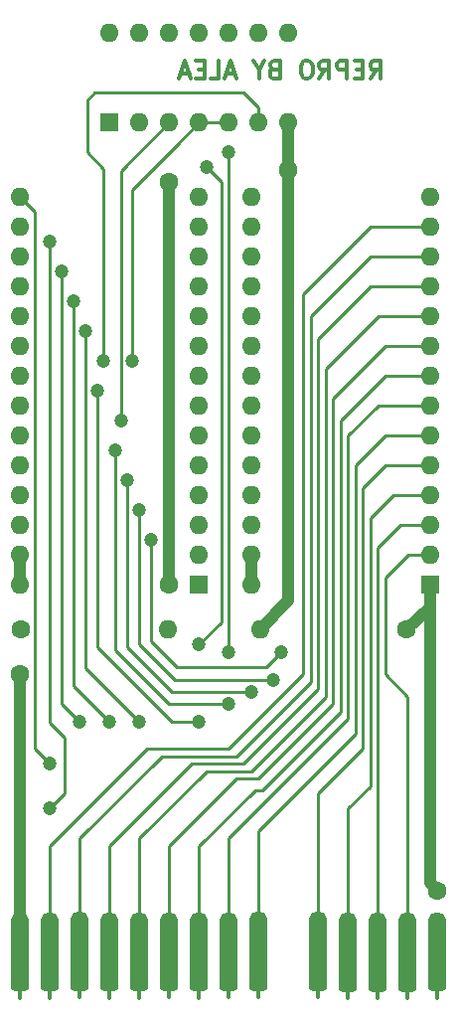
<source format=gbr>
%TF.GenerationSoftware,KiCad,Pcbnew,6.0.1-79c1e3a40b~116~ubuntu21.10.1*%
%TF.CreationDate,2022-02-04T17:00:20+01:00*%
%TF.ProjectId,QL_ROM_Cartridge_original,514c5f52-4f4d-45f4-9361-727472696467,rev?*%
%TF.SameCoordinates,Original*%
%TF.FileFunction,Copper,L2,Bot*%
%TF.FilePolarity,Positive*%
%FSLAX46Y46*%
G04 Gerber Fmt 4.6, Leading zero omitted, Abs format (unit mm)*
G04 Created by KiCad (PCBNEW 6.0.1-79c1e3a40b~116~ubuntu21.10.1) date 2022-02-04 17:00:20*
%MOMM*%
%LPD*%
G01*
G04 APERTURE LIST*
G04 Aperture macros list*
%AMRoundRect*
0 Rectangle with rounded corners*
0 $1 Rounding radius*
0 $2 $3 $4 $5 $6 $7 $8 $9 X,Y pos of 4 corners*
0 Add a 4 corners polygon primitive as box body*
4,1,4,$2,$3,$4,$5,$6,$7,$8,$9,$2,$3,0*
0 Add four circle primitives for the rounded corners*
1,1,$1+$1,$2,$3*
1,1,$1+$1,$4,$5*
1,1,$1+$1,$6,$7*
1,1,$1+$1,$8,$9*
0 Add four rect primitives between the rounded corners*
20,1,$1+$1,$2,$3,$4,$5,0*
20,1,$1+$1,$4,$5,$6,$7,0*
20,1,$1+$1,$6,$7,$8,$9,0*
20,1,$1+$1,$8,$9,$2,$3,0*%
G04 Aperture macros list end*
%ADD10C,0.300000*%
%TA.AperFunction,NonConductor*%
%ADD11C,0.300000*%
%TD*%
%TA.AperFunction,EtchedComponent*%
%ADD12C,0.300000*%
%TD*%
%TA.AperFunction,ComponentPad*%
%ADD13C,1.600000*%
%TD*%
%TA.AperFunction,ComponentPad*%
%ADD14O,1.600000X1.600000*%
%TD*%
%TA.AperFunction,ComponentPad*%
%ADD15R,1.600000X1.600000*%
%TD*%
%TA.AperFunction,ConnectorPad*%
%ADD16RoundRect,0.228600X-0.533400X-2.271400X0.533400X-2.271400X0.533400X2.271400X-0.533400X2.271400X0*%
%TD*%
%TA.AperFunction,ConnectorPad*%
%ADD17RoundRect,0.762000X0.000000X-1.738000X0.000000X-1.738000X0.000000X1.738000X0.000000X1.738000X0*%
%TD*%
%TA.AperFunction,ViaPad*%
%ADD18C,1.600000*%
%TD*%
%TA.AperFunction,ViaPad*%
%ADD19C,1.200000*%
%TD*%
%TA.AperFunction,Conductor*%
%ADD20C,1.000000*%
%TD*%
%TA.AperFunction,Conductor*%
%ADD21C,0.250000*%
%TD*%
G04 APERTURE END LIST*
D10*
D11*
X93332142Y-63543571D02*
X93832142Y-62829285D01*
X94189285Y-63543571D02*
X94189285Y-62043571D01*
X93617857Y-62043571D01*
X93475000Y-62115000D01*
X93403571Y-62186428D01*
X93332142Y-62329285D01*
X93332142Y-62543571D01*
X93403571Y-62686428D01*
X93475000Y-62757857D01*
X93617857Y-62829285D01*
X94189285Y-62829285D01*
X92689285Y-62757857D02*
X92189285Y-62757857D01*
X91975000Y-63543571D02*
X92689285Y-63543571D01*
X92689285Y-62043571D01*
X91975000Y-62043571D01*
X91332142Y-63543571D02*
X91332142Y-62043571D01*
X90760714Y-62043571D01*
X90617857Y-62115000D01*
X90546428Y-62186428D01*
X90475000Y-62329285D01*
X90475000Y-62543571D01*
X90546428Y-62686428D01*
X90617857Y-62757857D01*
X90760714Y-62829285D01*
X91332142Y-62829285D01*
X88975000Y-63543571D02*
X89475000Y-62829285D01*
X89832142Y-63543571D02*
X89832142Y-62043571D01*
X89260714Y-62043571D01*
X89117857Y-62115000D01*
X89046428Y-62186428D01*
X88975000Y-62329285D01*
X88975000Y-62543571D01*
X89046428Y-62686428D01*
X89117857Y-62757857D01*
X89260714Y-62829285D01*
X89832142Y-62829285D01*
X88046428Y-62043571D02*
X87760714Y-62043571D01*
X87617857Y-62115000D01*
X87475000Y-62257857D01*
X87403571Y-62543571D01*
X87403571Y-63043571D01*
X87475000Y-63329285D01*
X87617857Y-63472142D01*
X87760714Y-63543571D01*
X88046428Y-63543571D01*
X88189285Y-63472142D01*
X88332142Y-63329285D01*
X88403571Y-63043571D01*
X88403571Y-62543571D01*
X88332142Y-62257857D01*
X88189285Y-62115000D01*
X88046428Y-62043571D01*
X85117857Y-62757857D02*
X84903571Y-62829285D01*
X84832142Y-62900714D01*
X84760714Y-63043571D01*
X84760714Y-63257857D01*
X84832142Y-63400714D01*
X84903571Y-63472142D01*
X85046428Y-63543571D01*
X85617857Y-63543571D01*
X85617857Y-62043571D01*
X85117857Y-62043571D01*
X84975000Y-62115000D01*
X84903571Y-62186428D01*
X84832142Y-62329285D01*
X84832142Y-62472142D01*
X84903571Y-62615000D01*
X84975000Y-62686428D01*
X85117857Y-62757857D01*
X85617857Y-62757857D01*
X83832142Y-62829285D02*
X83832142Y-63543571D01*
X84332142Y-62043571D02*
X83832142Y-62829285D01*
X83332142Y-62043571D01*
X81760714Y-63115000D02*
X81046428Y-63115000D01*
X81903571Y-63543571D02*
X81403571Y-62043571D01*
X80903571Y-63543571D01*
X79689285Y-63543571D02*
X80403571Y-63543571D01*
X80403571Y-62043571D01*
X79189285Y-62757857D02*
X78689285Y-62757857D01*
X78475000Y-63543571D02*
X79189285Y-63543571D01*
X79189285Y-62043571D01*
X78475000Y-62043571D01*
X77903571Y-63115000D02*
X77189285Y-63115000D01*
X78046428Y-63543571D02*
X77546428Y-62043571D01*
X77046428Y-63543571D01*
D12*
%TO.C,J1*%
X96520000Y-141848200D02*
X96520000Y-141264000D01*
X91440000Y-141848200D02*
X91440000Y-141311000D01*
X81280000Y-141808200D02*
X81280000Y-141198600D01*
X93980000Y-141848200D02*
X93980000Y-141311000D01*
X76200000Y-141808200D02*
X76200000Y-141198600D01*
X71120000Y-141833600D02*
X71120000Y-141224000D01*
X68580000Y-141808200D02*
X68580000Y-141198600D01*
X88900000Y-141808200D02*
X88900000Y-141224000D01*
X83820000Y-141768200D02*
X83820000Y-141184000D01*
X78740000Y-141833600D02*
X78740000Y-141224000D01*
X63500000Y-141833600D02*
X63500000Y-141224000D01*
X73660000Y-141833600D02*
X73660000Y-141198600D01*
X66040000Y-141833600D02*
X66040000Y-141224000D01*
X99060000Y-141833600D02*
X99060000Y-141224000D01*
%TD*%
D13*
%TO.P,C1,1*%
%TO.N,VCC*%
X63580000Y-110490000D03*
D14*
%TO.P,C1,2*%
%TO.N,GND*%
X76080000Y-110490000D03*
%TD*%
D15*
%TO.P,IC3,1*%
%TO.N,/A15*%
X71120000Y-67310000D03*
D14*
%TO.P,IC3,2*%
%TO.N,/ROMOE*%
X73660000Y-67310000D03*
%TO.P,IC3,3*%
%TO.N,/U_ROMOE*%
X76200000Y-67310000D03*
%TO.P,IC3,4*%
%TO.N,/U2_CE*%
X78740000Y-67310000D03*
%TO.P,IC3,5*%
X81280000Y-67310000D03*
%TO.P,IC3,6*%
%TO.N,/U1_CE*%
X83820000Y-67310000D03*
%TO.P,IC3,7,GND*%
%TO.N,GND*%
X86360000Y-67310000D03*
%TO.P,IC3,8*%
%TO.N,/U2_CE*%
X86360000Y-59690000D03*
%TO.P,IC3,9*%
%TO.N,/A14*%
X83820000Y-59690000D03*
%TO.P,IC3,10*%
%TO.N,/A15*%
X81280000Y-59690000D03*
%TO.P,IC3,11*%
%TO.N,unconnected-(IC3-Pad11)*%
X78740000Y-59690000D03*
%TO.P,IC3,12*%
%TO.N,unconnected-(IC3-Pad12)*%
X76200000Y-59690000D03*
%TO.P,IC3,13*%
%TO.N,unconnected-(IC3-Pad13)*%
X73660000Y-59690000D03*
%TO.P,IC3,14,VCC*%
%TO.N,VCC*%
X71120000Y-59690000D03*
%TD*%
D16*
%TO.P,J1,2,N/C*%
%TO.N,unconnected-(J1-Pad2)*%
X99060000Y-138771000D03*
D17*
X99060000Y-137033000D03*
D16*
%TO.P,J1,4,A12*%
%TO.N,/A12*%
X96520000Y-138811000D03*
D17*
X96520000Y-137033000D03*
%TO.P,J1,6,A7*%
%TO.N,/A7*%
X93980000Y-137033000D03*
D16*
X93980000Y-138811000D03*
D17*
%TO.P,J1,8,A6*%
%TO.N,/A6*%
X91440000Y-137033000D03*
D16*
X91440000Y-138811000D03*
%TO.P,J1,10,A5*%
%TO.N,/A5*%
X88900000Y-138771000D03*
D17*
X88900000Y-136993000D03*
D16*
%TO.P,J1,12,A4*%
%TO.N,/A4*%
X83820000Y-138731000D03*
D17*
X83820000Y-136993000D03*
%TO.P,J1,14,A3*%
%TO.N,/A3*%
X81280000Y-137033000D03*
D16*
X81280000Y-138771000D03*
%TO.P,J1,16,A2*%
%TO.N,/A2*%
X78740000Y-138771000D03*
D17*
X78740000Y-137033000D03*
D16*
%TO.P,J1,18,A1*%
%TO.N,/A1*%
X76200000Y-138760200D03*
D17*
X76200000Y-137033000D03*
%TO.P,J1,20,A0*%
%TO.N,/A0*%
X73660000Y-137033000D03*
D16*
X73660000Y-138760200D03*
%TO.P,J1,22,D0*%
%TO.N,/D0*%
X71120000Y-138760200D03*
D17*
X71120000Y-137033000D03*
D16*
%TO.P,J1,24,D1*%
%TO.N,/D1*%
X68554600Y-138760200D03*
D17*
X68580000Y-136993000D03*
%TO.P,J1,26,D2*%
%TO.N,/D2*%
X66040000Y-137033000D03*
D16*
X66040000Y-138771000D03*
D17*
%TO.P,J1,28,GND*%
%TO.N,GND*%
X63500000Y-137033000D03*
D16*
X63500000Y-138771000D03*
%TD*%
D15*
%TO.P,IC1,1,VPP*%
%TO.N,VCC*%
X78745000Y-106670000D03*
D14*
%TO.P,IC1,2,A12*%
%TO.N,/A12*%
X78745000Y-104130000D03*
%TO.P,IC1,3,A7*%
%TO.N,/A7*%
X78745000Y-101590000D03*
%TO.P,IC1,4,A6*%
%TO.N,/A6*%
X78745000Y-99050000D03*
%TO.P,IC1,5,A5*%
%TO.N,/A5*%
X78745000Y-96510000D03*
%TO.P,IC1,6,A4*%
%TO.N,/A4*%
X78745000Y-93970000D03*
%TO.P,IC1,7,A3*%
%TO.N,/A3*%
X78745000Y-91430000D03*
%TO.P,IC1,8,A2*%
%TO.N,/A2*%
X78745000Y-88890000D03*
%TO.P,IC1,9,A1*%
%TO.N,/A1*%
X78745000Y-86350000D03*
%TO.P,IC1,10,A0*%
%TO.N,/A0*%
X78745000Y-83810000D03*
%TO.P,IC1,11,D0*%
%TO.N,/D0*%
X78745000Y-81270000D03*
%TO.P,IC1,12,D1*%
%TO.N,/D1*%
X78745000Y-78730000D03*
%TO.P,IC1,13,D2*%
%TO.N,/D2*%
X78745000Y-76190000D03*
%TO.P,IC1,14,GND*%
%TO.N,GND*%
X78745000Y-73650000D03*
%TO.P,IC1,15,D3*%
%TO.N,/D3*%
X63505000Y-73650000D03*
%TO.P,IC1,16,D4*%
%TO.N,/D4*%
X63505000Y-76190000D03*
%TO.P,IC1,17,D5*%
%TO.N,/D5*%
X63505000Y-78730000D03*
%TO.P,IC1,18,D6*%
%TO.N,/D6*%
X63505000Y-81270000D03*
%TO.P,IC1,19,D7*%
%TO.N,/D7*%
X63505000Y-83810000D03*
%TO.P,IC1,20,~{CE}*%
%TO.N,/U1_CE*%
X63505000Y-86350000D03*
%TO.P,IC1,21,A10*%
%TO.N,/A10*%
X63505000Y-88890000D03*
%TO.P,IC1,22,~{OE}*%
%TO.N,/U_ROMOE*%
X63505000Y-91430000D03*
%TO.P,IC1,23,A11*%
%TO.N,/A11*%
X63505000Y-93970000D03*
%TO.P,IC1,24,A9*%
%TO.N,/A9*%
X63505000Y-96510000D03*
%TO.P,IC1,25,A8*%
%TO.N,/A8*%
X63505000Y-99050000D03*
%TO.P,IC1,26,A13*%
%TO.N,/A13*%
X63505000Y-101590000D03*
%TO.P,IC1,27,~{PGM}*%
%TO.N,VCC*%
X63505000Y-104130000D03*
%TO.P,IC1,28,VCC*%
X63505000Y-106670000D03*
%TD*%
D13*
%TO.P,C2,1*%
%TO.N,VCC*%
X96420000Y-110490000D03*
D14*
%TO.P,C2,2*%
%TO.N,GND*%
X83920000Y-110490000D03*
%TD*%
D15*
%TO.P,IC2,1,VPP*%
%TO.N,VCC*%
X98425000Y-106680000D03*
D14*
%TO.P,IC2,2,A12*%
%TO.N,/A12*%
X98425000Y-104140000D03*
%TO.P,IC2,3,A7*%
%TO.N,/A7*%
X98425000Y-101600000D03*
%TO.P,IC2,4,A6*%
%TO.N,/A6*%
X98425000Y-99060000D03*
%TO.P,IC2,5,A5*%
%TO.N,/A5*%
X98425000Y-96520000D03*
%TO.P,IC2,6,A4*%
%TO.N,/A4*%
X98425000Y-93980000D03*
%TO.P,IC2,7,A3*%
%TO.N,/A3*%
X98425000Y-91440000D03*
%TO.P,IC2,8,A2*%
%TO.N,/A2*%
X98425000Y-88900000D03*
%TO.P,IC2,9,A1*%
%TO.N,/A1*%
X98425000Y-86360000D03*
%TO.P,IC2,10,A0*%
%TO.N,/A0*%
X98425000Y-83820000D03*
%TO.P,IC2,11,D0*%
%TO.N,/D0*%
X98425000Y-81280000D03*
%TO.P,IC2,12,D1*%
%TO.N,/D1*%
X98425000Y-78740000D03*
%TO.P,IC2,13,D2*%
%TO.N,/D2*%
X98425000Y-76200000D03*
%TO.P,IC2,14,GND*%
%TO.N,GND*%
X98425000Y-73660000D03*
%TO.P,IC2,15,D3*%
%TO.N,/D3*%
X83185000Y-73660000D03*
%TO.P,IC2,16,D4*%
%TO.N,/D4*%
X83185000Y-76200000D03*
%TO.P,IC2,17,D5*%
%TO.N,/D5*%
X83185000Y-78740000D03*
%TO.P,IC2,18,D6*%
%TO.N,/D6*%
X83185000Y-81280000D03*
%TO.P,IC2,19,D7*%
%TO.N,/D7*%
X83185000Y-83820000D03*
%TO.P,IC2,20,~{CE}*%
%TO.N,/U2_CE*%
X83185000Y-86360000D03*
%TO.P,IC2,21,A10*%
%TO.N,/A10*%
X83185000Y-88900000D03*
%TO.P,IC2,22,~{OE}*%
%TO.N,/U_ROMOE*%
X83185000Y-91440000D03*
%TO.P,IC2,23,A11*%
%TO.N,/A11*%
X83185000Y-93980000D03*
%TO.P,IC2,24,A9*%
%TO.N,/A9*%
X83185000Y-96520000D03*
%TO.P,IC2,25,A8*%
%TO.N,/A8*%
X83185000Y-99060000D03*
%TO.P,IC2,26,A13*%
%TO.N,/A13*%
X83185000Y-101600000D03*
%TO.P,IC2,27,~{PGM}*%
%TO.N,VCC*%
X83185000Y-104140000D03*
%TO.P,IC2,28,VCC*%
X83185000Y-106680000D03*
%TD*%
D18*
%TO.N,VCC*%
X76200000Y-72390000D03*
X76200000Y-106695000D03*
X99060000Y-132715000D03*
%TO.N,GND*%
X63500000Y-114300000D03*
X86360000Y-71374000D03*
D19*
%TO.N,/D3*%
X66040000Y-121920000D03*
%TO.N,/D4*%
X66040000Y-77470000D03*
X66040000Y-125730000D03*
%TO.N,/D5*%
X67056000Y-80010000D03*
X68580000Y-118364000D03*
%TO.N,/D6*%
X68072000Y-82550000D03*
X71120000Y-118364000D03*
%TO.N,/D7*%
X73660000Y-118364000D03*
X69088000Y-85090000D03*
%TO.N,/A15*%
X78740000Y-111760000D03*
X79375000Y-71120000D03*
%TO.N,/A10*%
X70104000Y-90170000D03*
X78740000Y-118364000D03*
%TO.N,/ROMOE*%
X81280000Y-69850000D03*
X81280000Y-112395000D03*
%TO.N,/A11*%
X71628000Y-95250000D03*
X81280000Y-116840000D03*
%TO.N,/A9*%
X83185000Y-115824000D03*
X72644000Y-97790000D03*
%TO.N,/A8*%
X73660000Y-100330000D03*
X85090000Y-114808000D03*
%TO.N,/A13*%
X74676000Y-102870000D03*
X85725000Y-112395000D03*
%TO.N,/U1_CE*%
X70612000Y-87630000D03*
%TO.N,/U2_CE*%
X73025000Y-87630000D03*
%TO.N,/U_ROMOE*%
X72136000Y-92710000D03*
%TD*%
D20*
%TO.N,VCC*%
X98425000Y-132080000D02*
X99060000Y-132715000D01*
X76200000Y-106695000D02*
X76200000Y-72390000D01*
X63505000Y-104155000D02*
X63505000Y-106695000D01*
X98425000Y-108585000D02*
X96420000Y-110490000D01*
X98425000Y-106680000D02*
X98425000Y-108585000D01*
X83185000Y-104140000D02*
X83185000Y-106680000D01*
X98425000Y-108458000D02*
X98425000Y-132080000D01*
%TO.N,GND*%
X63500000Y-114300000D02*
X63500000Y-137033000D01*
X83920000Y-110490000D02*
X86360000Y-108050000D01*
X86355000Y-67325000D02*
X86355000Y-77465000D01*
X86355000Y-77465000D02*
X86360000Y-77470000D01*
X86360000Y-108050000D02*
X86360000Y-77470000D01*
D21*
%TO.N,/D3*%
X64770000Y-74940000D02*
X63505000Y-73675000D01*
X64770000Y-120650000D02*
X64770000Y-74940000D01*
X66040000Y-121920000D02*
X64770000Y-120650000D01*
%TO.N,/D4*%
X67310000Y-124460000D02*
X66040000Y-125730000D01*
X66040000Y-118424040D02*
X67310000Y-119694040D01*
X67310000Y-119694040D02*
X67310000Y-124460000D01*
X66040000Y-77470000D02*
X66040000Y-118424040D01*
%TO.N,/D2*%
X74295000Y-120650000D02*
X81280000Y-120650000D01*
X93355000Y-76190000D02*
X98425000Y-76190000D01*
X66040000Y-128905000D02*
X74295000Y-120650000D01*
X87630000Y-114300000D02*
X87630000Y-81915000D01*
X87630000Y-81915000D02*
X93355000Y-76190000D01*
X66040000Y-128905000D02*
X66040000Y-137033000D01*
X81280000Y-120650000D02*
X87630000Y-114300000D01*
%TO.N,/D5*%
X67056000Y-116840000D02*
X67056000Y-80010000D01*
X68580000Y-118364000D02*
X67056000Y-116840000D01*
%TO.N,/D1*%
X75565000Y-121285000D02*
X81915000Y-121285000D01*
X93355000Y-78730000D02*
X98425000Y-78730000D01*
X68580000Y-128270000D02*
X68580000Y-136993000D01*
X68580000Y-128270000D02*
X75565000Y-121285000D01*
X81915000Y-121285000D02*
X88265000Y-114935000D01*
X88265000Y-114935000D02*
X88265000Y-83820000D01*
X88265000Y-83820000D02*
X93355000Y-78730000D01*
%TO.N,/D6*%
X68072000Y-115316000D02*
X68072000Y-82550000D01*
X71120000Y-118364000D02*
X68072000Y-115316000D01*
%TO.N,/D0*%
X78105000Y-121920000D02*
X82550000Y-121920000D01*
X88900000Y-115570000D02*
X88900000Y-85725000D01*
X71120000Y-128905000D02*
X78105000Y-121920000D01*
X82550000Y-121920000D02*
X88900000Y-115570000D01*
X71120000Y-128905000D02*
X71120000Y-137033000D01*
X88900000Y-85725000D02*
X93355000Y-81270000D01*
X93355000Y-81270000D02*
X98425000Y-81270000D01*
%TO.N,/D7*%
X69088000Y-113792000D02*
X69088000Y-85090000D01*
X73660000Y-118364000D02*
X69088000Y-113792000D01*
%TO.N,/A0*%
X93990000Y-83810000D02*
X98425000Y-83810000D01*
X89535000Y-116205000D02*
X89535000Y-88265000D01*
X83185000Y-122555000D02*
X89535000Y-116205000D01*
X79375000Y-122555000D02*
X83185000Y-122555000D01*
X89535000Y-88265000D02*
X93990000Y-83810000D01*
X73660000Y-128270000D02*
X73660000Y-137033000D01*
X73660000Y-128270000D02*
X79375000Y-122555000D01*
%TO.N,/A15*%
X80645000Y-109855000D02*
X80645000Y-72390000D01*
X78740000Y-111760000D02*
X80645000Y-109855000D01*
X80645000Y-72390000D02*
X79375000Y-71120000D01*
%TO.N,/A1*%
X76200000Y-128905000D02*
X76200000Y-137033000D01*
X90170000Y-90805000D02*
X94625000Y-86350000D01*
X90170000Y-116840000D02*
X90170000Y-90805000D01*
X83820000Y-123190000D02*
X90170000Y-116840000D01*
X94625000Y-86350000D02*
X98425000Y-86350000D01*
X81915000Y-123190000D02*
X83820000Y-123190000D01*
X76200000Y-128905000D02*
X81915000Y-123190000D01*
%TO.N,/A10*%
X70104000Y-112014000D02*
X70104000Y-90170000D01*
X78740000Y-118364000D02*
X76454000Y-118364000D01*
X76454000Y-118364000D02*
X70104000Y-112014000D01*
%TO.N,/A2*%
X78740000Y-128905000D02*
X83502500Y-124142500D01*
X84137500Y-124142500D02*
X90805000Y-117475000D01*
X94625000Y-88890000D02*
X98425000Y-88890000D01*
X90805000Y-92710000D02*
X94625000Y-88890000D01*
X90805000Y-117475000D02*
X90805000Y-92710000D01*
X83502500Y-124142500D02*
X84137500Y-124142500D01*
X78740000Y-128905000D02*
X78740000Y-137033000D01*
%TO.N,/ROMOE*%
X81280000Y-112395000D02*
X81280000Y-69850000D01*
%TO.N,/A3*%
X98425000Y-91430000D02*
X93990000Y-91430000D01*
X81280000Y-128270000D02*
X91440000Y-118110000D01*
X81280000Y-128270000D02*
X81280000Y-137033000D01*
X93990000Y-91430000D02*
X91440000Y-93980000D01*
X91440000Y-93980000D02*
X91440000Y-118110000D01*
%TO.N,/A11*%
X81280000Y-116840000D02*
X76200000Y-116840000D01*
X71628000Y-112268000D02*
X71628000Y-95250000D01*
X76200000Y-116840000D02*
X71628000Y-112268000D01*
%TO.N,/A4*%
X94625000Y-93970000D02*
X92075000Y-96520000D01*
X92075000Y-119380000D02*
X83820000Y-127635000D01*
X98425000Y-93970000D02*
X94625000Y-93970000D01*
X92075000Y-96520000D02*
X92075000Y-119380000D01*
X83820000Y-127635000D02*
X83820000Y-136993000D01*
%TO.N,/A9*%
X83185000Y-115824000D02*
X76454000Y-115824000D01*
X72644000Y-112014000D02*
X72644000Y-97790000D01*
X76454000Y-115824000D02*
X72644000Y-112014000D01*
%TO.N,/A5*%
X94625000Y-96510000D02*
X92710000Y-98425000D01*
X88900000Y-124460000D02*
X88900000Y-136993000D01*
X92710000Y-98425000D02*
X92710000Y-120650000D01*
X92710000Y-120650000D02*
X88900000Y-124460000D01*
X98425000Y-96510000D02*
X94625000Y-96510000D01*
%TO.N,/A8*%
X76708000Y-114808000D02*
X73660000Y-111760000D01*
X73660000Y-111760000D02*
X73660000Y-100330000D01*
X85090000Y-114808000D02*
X76708000Y-114808000D01*
%TO.N,/A6*%
X91440000Y-125730000D02*
X91440000Y-137033000D01*
X98425000Y-99050000D02*
X95260000Y-99050000D01*
X95260000Y-99050000D02*
X93345000Y-100965000D01*
X93345000Y-123825000D02*
X91440000Y-125730000D01*
X93345000Y-100965000D02*
X93345000Y-123825000D01*
%TO.N,/A13*%
X76835000Y-113665000D02*
X84455000Y-113665000D01*
X74676000Y-111506000D02*
X76835000Y-113665000D01*
X84455000Y-113665000D02*
X85725000Y-112395000D01*
X74676000Y-102870000D02*
X74676000Y-111506000D01*
%TO.N,/A7*%
X95895000Y-101590000D02*
X93980000Y-103505000D01*
X93980000Y-103505000D02*
X93980000Y-137033000D01*
X98425000Y-101590000D02*
X95895000Y-101590000D01*
%TO.N,/A12*%
X94612500Y-114297500D02*
X96520000Y-116205000D01*
X94615000Y-106045000D02*
X94615000Y-109220000D01*
X96530000Y-104130000D02*
X94615000Y-106045000D01*
X96520000Y-116205000D02*
X96520000Y-137033000D01*
X94612500Y-108582500D02*
X94612500Y-114297500D01*
X94615000Y-109220000D02*
X94612500Y-109217500D01*
X98425000Y-104130000D02*
X96530000Y-104130000D01*
%TO.N,/U1_CE*%
X69850000Y-64770000D02*
X82550000Y-64770000D01*
X70612000Y-71247000D02*
X69215000Y-69850000D01*
X70612000Y-87630000D02*
X70612000Y-71247000D01*
X82550000Y-64770000D02*
X83815000Y-66035000D01*
X69215000Y-65405000D02*
X69850000Y-64770000D01*
X69215000Y-69850000D02*
X69215000Y-65405000D01*
X83815000Y-66035000D02*
X83815000Y-67325000D01*
%TO.N,/U2_CE*%
X76835713Y-69214287D02*
X76835713Y-69215713D01*
X81275000Y-67325000D02*
X79184520Y-67325000D01*
X73025000Y-73035000D02*
X76835713Y-69215713D01*
X78740000Y-67310000D02*
X76835713Y-69214287D01*
X73025000Y-87630000D02*
X73025000Y-73035000D01*
%TO.N,/U_ROMOE*%
X72100489Y-71419511D02*
X76195000Y-67325000D01*
X72136000Y-92710000D02*
X72100489Y-92674489D01*
X72100489Y-92674489D02*
X72100489Y-71419511D01*
%TD*%
M02*

</source>
